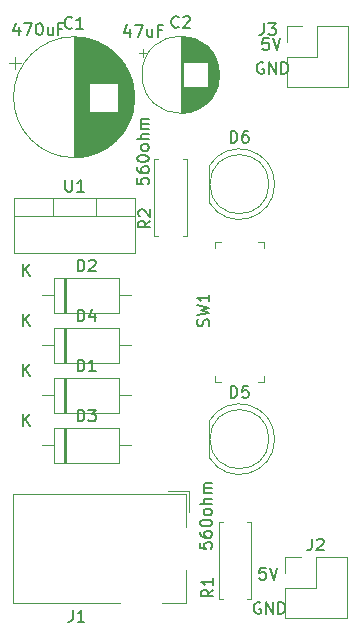
<source format=gto>
G04 #@! TF.GenerationSoftware,KiCad,Pcbnew,(5.1.4)-1*
G04 #@! TF.CreationDate,2019-09-07T18:34:27-05:00*
G04 #@! TF.ProjectId,BreadboardPowerSupply,42726561-6462-46f6-9172-64506f776572,1*
G04 #@! TF.SameCoordinates,Original*
G04 #@! TF.FileFunction,Legend,Top*
G04 #@! TF.FilePolarity,Positive*
%FSLAX46Y46*%
G04 Gerber Fmt 4.6, Leading zero omitted, Abs format (unit mm)*
G04 Created by KiCad (PCBNEW (5.1.4)-1) date 2019-09-07 18:34:27*
%MOMM*%
%LPD*%
G04 APERTURE LIST*
%ADD10C,0.150000*%
%ADD11C,0.120000*%
%ADD12C,0.100000*%
G04 APERTURE END LIST*
D10*
X143470380Y-94360714D02*
X143470380Y-94836904D01*
X143946571Y-94884523D01*
X143898952Y-94836904D01*
X143851333Y-94741666D01*
X143851333Y-94503571D01*
X143898952Y-94408333D01*
X143946571Y-94360714D01*
X144041809Y-94313095D01*
X144279904Y-94313095D01*
X144375142Y-94360714D01*
X144422761Y-94408333D01*
X144470380Y-94503571D01*
X144470380Y-94741666D01*
X144422761Y-94836904D01*
X144375142Y-94884523D01*
X143470380Y-93455952D02*
X143470380Y-93646428D01*
X143518000Y-93741666D01*
X143565619Y-93789285D01*
X143708476Y-93884523D01*
X143898952Y-93932142D01*
X144279904Y-93932142D01*
X144375142Y-93884523D01*
X144422761Y-93836904D01*
X144470380Y-93741666D01*
X144470380Y-93551190D01*
X144422761Y-93455952D01*
X144375142Y-93408333D01*
X144279904Y-93360714D01*
X144041809Y-93360714D01*
X143946571Y-93408333D01*
X143898952Y-93455952D01*
X143851333Y-93551190D01*
X143851333Y-93741666D01*
X143898952Y-93836904D01*
X143946571Y-93884523D01*
X144041809Y-93932142D01*
X143470380Y-92741666D02*
X143470380Y-92646428D01*
X143518000Y-92551190D01*
X143565619Y-92503571D01*
X143660857Y-92455952D01*
X143851333Y-92408333D01*
X144089428Y-92408333D01*
X144279904Y-92455952D01*
X144375142Y-92503571D01*
X144422761Y-92551190D01*
X144470380Y-92646428D01*
X144470380Y-92741666D01*
X144422761Y-92836904D01*
X144375142Y-92884523D01*
X144279904Y-92932142D01*
X144089428Y-92979761D01*
X143851333Y-92979761D01*
X143660857Y-92932142D01*
X143565619Y-92884523D01*
X143518000Y-92836904D01*
X143470380Y-92741666D01*
X144470380Y-91836904D02*
X144422761Y-91932142D01*
X144375142Y-91979761D01*
X144279904Y-92027380D01*
X143994190Y-92027380D01*
X143898952Y-91979761D01*
X143851333Y-91932142D01*
X143803714Y-91836904D01*
X143803714Y-91694047D01*
X143851333Y-91598809D01*
X143898952Y-91551190D01*
X143994190Y-91503571D01*
X144279904Y-91503571D01*
X144375142Y-91551190D01*
X144422761Y-91598809D01*
X144470380Y-91694047D01*
X144470380Y-91836904D01*
X144470380Y-91075000D02*
X143470380Y-91075000D01*
X144470380Y-90646428D02*
X143946571Y-90646428D01*
X143851333Y-90694047D01*
X143803714Y-90789285D01*
X143803714Y-90932142D01*
X143851333Y-91027380D01*
X143898952Y-91075000D01*
X144470380Y-90170238D02*
X143803714Y-90170238D01*
X143898952Y-90170238D02*
X143851333Y-90122619D01*
X143803714Y-90027380D01*
X143803714Y-89884523D01*
X143851333Y-89789285D01*
X143946571Y-89741666D01*
X144470380Y-89741666D01*
X143946571Y-89741666D02*
X143851333Y-89694047D01*
X143803714Y-89598809D01*
X143803714Y-89455952D01*
X143851333Y-89360714D01*
X143946571Y-89313095D01*
X144470380Y-89313095D01*
X138136380Y-63499714D02*
X138136380Y-63975904D01*
X138612571Y-64023523D01*
X138564952Y-63975904D01*
X138517333Y-63880666D01*
X138517333Y-63642571D01*
X138564952Y-63547333D01*
X138612571Y-63499714D01*
X138707809Y-63452095D01*
X138945904Y-63452095D01*
X139041142Y-63499714D01*
X139088761Y-63547333D01*
X139136380Y-63642571D01*
X139136380Y-63880666D01*
X139088761Y-63975904D01*
X139041142Y-64023523D01*
X138136380Y-62594952D02*
X138136380Y-62785428D01*
X138184000Y-62880666D01*
X138231619Y-62928285D01*
X138374476Y-63023523D01*
X138564952Y-63071142D01*
X138945904Y-63071142D01*
X139041142Y-63023523D01*
X139088761Y-62975904D01*
X139136380Y-62880666D01*
X139136380Y-62690190D01*
X139088761Y-62594952D01*
X139041142Y-62547333D01*
X138945904Y-62499714D01*
X138707809Y-62499714D01*
X138612571Y-62547333D01*
X138564952Y-62594952D01*
X138517333Y-62690190D01*
X138517333Y-62880666D01*
X138564952Y-62975904D01*
X138612571Y-63023523D01*
X138707809Y-63071142D01*
X138136380Y-61880666D02*
X138136380Y-61785428D01*
X138184000Y-61690190D01*
X138231619Y-61642571D01*
X138326857Y-61594952D01*
X138517333Y-61547333D01*
X138755428Y-61547333D01*
X138945904Y-61594952D01*
X139041142Y-61642571D01*
X139088761Y-61690190D01*
X139136380Y-61785428D01*
X139136380Y-61880666D01*
X139088761Y-61975904D01*
X139041142Y-62023523D01*
X138945904Y-62071142D01*
X138755428Y-62118761D01*
X138517333Y-62118761D01*
X138326857Y-62071142D01*
X138231619Y-62023523D01*
X138184000Y-61975904D01*
X138136380Y-61880666D01*
X139136380Y-60975904D02*
X139088761Y-61071142D01*
X139041142Y-61118761D01*
X138945904Y-61166380D01*
X138660190Y-61166380D01*
X138564952Y-61118761D01*
X138517333Y-61071142D01*
X138469714Y-60975904D01*
X138469714Y-60833047D01*
X138517333Y-60737809D01*
X138564952Y-60690190D01*
X138660190Y-60642571D01*
X138945904Y-60642571D01*
X139041142Y-60690190D01*
X139088761Y-60737809D01*
X139136380Y-60833047D01*
X139136380Y-60975904D01*
X139136380Y-60214000D02*
X138136380Y-60214000D01*
X139136380Y-59785428D02*
X138612571Y-59785428D01*
X138517333Y-59833047D01*
X138469714Y-59928285D01*
X138469714Y-60071142D01*
X138517333Y-60166380D01*
X138564952Y-60214000D01*
X139136380Y-59309238D02*
X138469714Y-59309238D01*
X138564952Y-59309238D02*
X138517333Y-59261619D01*
X138469714Y-59166380D01*
X138469714Y-59023523D01*
X138517333Y-58928285D01*
X138612571Y-58880666D01*
X139136380Y-58880666D01*
X138612571Y-58880666D02*
X138517333Y-58833047D01*
X138469714Y-58737809D01*
X138469714Y-58594952D01*
X138517333Y-58499714D01*
X138612571Y-58452095D01*
X139136380Y-58452095D01*
X137517333Y-50839714D02*
X137517333Y-51506380D01*
X137279238Y-50458761D02*
X137041142Y-51173047D01*
X137660190Y-51173047D01*
X137945904Y-50506380D02*
X138612571Y-50506380D01*
X138184000Y-51506380D01*
X139422095Y-50839714D02*
X139422095Y-51506380D01*
X138993523Y-50839714D02*
X138993523Y-51363523D01*
X139041142Y-51458761D01*
X139136380Y-51506380D01*
X139279238Y-51506380D01*
X139374476Y-51458761D01*
X139422095Y-51411142D01*
X140231619Y-50982571D02*
X139898285Y-50982571D01*
X139898285Y-51506380D02*
X139898285Y-50506380D01*
X140374476Y-50506380D01*
X128151142Y-50712714D02*
X128151142Y-51379380D01*
X127913047Y-50331761D02*
X127674952Y-51046047D01*
X128294000Y-51046047D01*
X128579714Y-50379380D02*
X129246380Y-50379380D01*
X128817809Y-51379380D01*
X129817809Y-50379380D02*
X129913047Y-50379380D01*
X130008285Y-50427000D01*
X130055904Y-50474619D01*
X130103523Y-50569857D01*
X130151142Y-50760333D01*
X130151142Y-50998428D01*
X130103523Y-51188904D01*
X130055904Y-51284142D01*
X130008285Y-51331761D01*
X129913047Y-51379380D01*
X129817809Y-51379380D01*
X129722571Y-51331761D01*
X129674952Y-51284142D01*
X129627333Y-51188904D01*
X129579714Y-50998428D01*
X129579714Y-50760333D01*
X129627333Y-50569857D01*
X129674952Y-50474619D01*
X129722571Y-50427000D01*
X129817809Y-50379380D01*
X131008285Y-50712714D02*
X131008285Y-51379380D01*
X130579714Y-50712714D02*
X130579714Y-51236523D01*
X130627333Y-51331761D01*
X130722571Y-51379380D01*
X130865428Y-51379380D01*
X130960666Y-51331761D01*
X131008285Y-51284142D01*
X131817809Y-50855571D02*
X131484476Y-50855571D01*
X131484476Y-51379380D02*
X131484476Y-50379380D01*
X131960666Y-50379380D01*
X148590095Y-99449000D02*
X148494857Y-99401380D01*
X148352000Y-99401380D01*
X148209142Y-99449000D01*
X148113904Y-99544238D01*
X148066285Y-99639476D01*
X148018666Y-99829952D01*
X148018666Y-99972809D01*
X148066285Y-100163285D01*
X148113904Y-100258523D01*
X148209142Y-100353761D01*
X148352000Y-100401380D01*
X148447238Y-100401380D01*
X148590095Y-100353761D01*
X148637714Y-100306142D01*
X148637714Y-99972809D01*
X148447238Y-99972809D01*
X149066285Y-100401380D02*
X149066285Y-99401380D01*
X149637714Y-100401380D01*
X149637714Y-99401380D01*
X150113904Y-100401380D02*
X150113904Y-99401380D01*
X150352000Y-99401380D01*
X150494857Y-99449000D01*
X150590095Y-99544238D01*
X150637714Y-99639476D01*
X150685333Y-99829952D01*
X150685333Y-99972809D01*
X150637714Y-100163285D01*
X150590095Y-100258523D01*
X150494857Y-100353761D01*
X150352000Y-100401380D01*
X150113904Y-100401380D01*
X148844095Y-53729000D02*
X148748857Y-53681380D01*
X148606000Y-53681380D01*
X148463142Y-53729000D01*
X148367904Y-53824238D01*
X148320285Y-53919476D01*
X148272666Y-54109952D01*
X148272666Y-54252809D01*
X148320285Y-54443285D01*
X148367904Y-54538523D01*
X148463142Y-54633761D01*
X148606000Y-54681380D01*
X148701238Y-54681380D01*
X148844095Y-54633761D01*
X148891714Y-54586142D01*
X148891714Y-54252809D01*
X148701238Y-54252809D01*
X149320285Y-54681380D02*
X149320285Y-53681380D01*
X149891714Y-54681380D01*
X149891714Y-53681380D01*
X150367904Y-54681380D02*
X150367904Y-53681380D01*
X150606000Y-53681380D01*
X150748857Y-53729000D01*
X150844095Y-53824238D01*
X150891714Y-53919476D01*
X150939333Y-54109952D01*
X150939333Y-54252809D01*
X150891714Y-54443285D01*
X150844095Y-54538523D01*
X150748857Y-54633761D01*
X150606000Y-54681380D01*
X150367904Y-54681380D01*
X149288523Y-51649380D02*
X148812333Y-51649380D01*
X148764714Y-52125571D01*
X148812333Y-52077952D01*
X148907571Y-52030333D01*
X149145666Y-52030333D01*
X149240904Y-52077952D01*
X149288523Y-52125571D01*
X149336142Y-52220809D01*
X149336142Y-52458904D01*
X149288523Y-52554142D01*
X149240904Y-52601761D01*
X149145666Y-52649380D01*
X148907571Y-52649380D01*
X148812333Y-52601761D01*
X148764714Y-52554142D01*
X149621857Y-51649380D02*
X149955190Y-52649380D01*
X150288523Y-51649380D01*
X149034523Y-96480380D02*
X148558333Y-96480380D01*
X148510714Y-96956571D01*
X148558333Y-96908952D01*
X148653571Y-96861333D01*
X148891666Y-96861333D01*
X148986904Y-96908952D01*
X149034523Y-96956571D01*
X149082142Y-97051809D01*
X149082142Y-97289904D01*
X149034523Y-97385142D01*
X148986904Y-97432761D01*
X148891666Y-97480380D01*
X148653571Y-97480380D01*
X148558333Y-97432761D01*
X148510714Y-97385142D01*
X149367857Y-96480380D02*
X149701190Y-97480380D01*
X150034523Y-96480380D01*
D11*
X137922000Y-56642000D02*
G75*
G03X137922000Y-56642000I-5120000J0D01*
G01*
X132802000Y-51562000D02*
X132802000Y-61722000D01*
X132842000Y-51562000D02*
X132842000Y-61722000D01*
X132882000Y-51562000D02*
X132882000Y-61722000D01*
X132922000Y-51563000D02*
X132922000Y-61721000D01*
X132962000Y-51564000D02*
X132962000Y-61720000D01*
X133002000Y-51565000D02*
X133002000Y-61719000D01*
X133042000Y-51567000D02*
X133042000Y-61717000D01*
X133082000Y-51569000D02*
X133082000Y-61715000D01*
X133122000Y-51572000D02*
X133122000Y-61712000D01*
X133162000Y-51574000D02*
X133162000Y-61710000D01*
X133202000Y-51577000D02*
X133202000Y-61707000D01*
X133242000Y-51580000D02*
X133242000Y-61704000D01*
X133282000Y-51584000D02*
X133282000Y-61700000D01*
X133322000Y-51588000D02*
X133322000Y-61696000D01*
X133362000Y-51592000D02*
X133362000Y-61692000D01*
X133402000Y-51597000D02*
X133402000Y-61687000D01*
X133442000Y-51602000D02*
X133442000Y-61682000D01*
X133482000Y-51607000D02*
X133482000Y-61677000D01*
X133523000Y-51612000D02*
X133523000Y-61672000D01*
X133563000Y-51618000D02*
X133563000Y-61666000D01*
X133603000Y-51624000D02*
X133603000Y-61660000D01*
X133643000Y-51631000D02*
X133643000Y-61653000D01*
X133683000Y-51638000D02*
X133683000Y-61646000D01*
X133723000Y-51645000D02*
X133723000Y-61639000D01*
X133763000Y-51652000D02*
X133763000Y-61632000D01*
X133803000Y-51660000D02*
X133803000Y-61624000D01*
X133843000Y-51668000D02*
X133843000Y-61616000D01*
X133883000Y-51677000D02*
X133883000Y-61607000D01*
X133923000Y-51686000D02*
X133923000Y-61598000D01*
X133963000Y-51695000D02*
X133963000Y-61589000D01*
X134003000Y-51704000D02*
X134003000Y-61580000D01*
X134043000Y-51714000D02*
X134043000Y-61570000D01*
X134083000Y-51724000D02*
X134083000Y-55401000D01*
X134083000Y-57883000D02*
X134083000Y-61560000D01*
X134123000Y-51735000D02*
X134123000Y-55401000D01*
X134123000Y-57883000D02*
X134123000Y-61549000D01*
X134163000Y-51745000D02*
X134163000Y-55401000D01*
X134163000Y-57883000D02*
X134163000Y-61539000D01*
X134203000Y-51757000D02*
X134203000Y-55401000D01*
X134203000Y-57883000D02*
X134203000Y-61527000D01*
X134243000Y-51768000D02*
X134243000Y-55401000D01*
X134243000Y-57883000D02*
X134243000Y-61516000D01*
X134283000Y-51780000D02*
X134283000Y-55401000D01*
X134283000Y-57883000D02*
X134283000Y-61504000D01*
X134323000Y-51792000D02*
X134323000Y-55401000D01*
X134323000Y-57883000D02*
X134323000Y-61492000D01*
X134363000Y-51805000D02*
X134363000Y-55401000D01*
X134363000Y-57883000D02*
X134363000Y-61479000D01*
X134403000Y-51818000D02*
X134403000Y-55401000D01*
X134403000Y-57883000D02*
X134403000Y-61466000D01*
X134443000Y-51831000D02*
X134443000Y-55401000D01*
X134443000Y-57883000D02*
X134443000Y-61453000D01*
X134483000Y-51845000D02*
X134483000Y-55401000D01*
X134483000Y-57883000D02*
X134483000Y-61439000D01*
X134523000Y-51859000D02*
X134523000Y-55401000D01*
X134523000Y-57883000D02*
X134523000Y-61425000D01*
X134563000Y-51874000D02*
X134563000Y-55401000D01*
X134563000Y-57883000D02*
X134563000Y-61410000D01*
X134603000Y-51888000D02*
X134603000Y-55401000D01*
X134603000Y-57883000D02*
X134603000Y-61396000D01*
X134643000Y-51904000D02*
X134643000Y-55401000D01*
X134643000Y-57883000D02*
X134643000Y-61380000D01*
X134683000Y-51919000D02*
X134683000Y-55401000D01*
X134683000Y-57883000D02*
X134683000Y-61365000D01*
X134723000Y-51935000D02*
X134723000Y-55401000D01*
X134723000Y-57883000D02*
X134723000Y-61349000D01*
X134763000Y-51952000D02*
X134763000Y-55401000D01*
X134763000Y-57883000D02*
X134763000Y-61332000D01*
X134803000Y-51968000D02*
X134803000Y-55401000D01*
X134803000Y-57883000D02*
X134803000Y-61316000D01*
X134843000Y-51985000D02*
X134843000Y-55401000D01*
X134843000Y-57883000D02*
X134843000Y-61299000D01*
X134883000Y-52003000D02*
X134883000Y-55401000D01*
X134883000Y-57883000D02*
X134883000Y-61281000D01*
X134923000Y-52021000D02*
X134923000Y-55401000D01*
X134923000Y-57883000D02*
X134923000Y-61263000D01*
X134963000Y-52039000D02*
X134963000Y-55401000D01*
X134963000Y-57883000D02*
X134963000Y-61245000D01*
X135003000Y-52058000D02*
X135003000Y-55401000D01*
X135003000Y-57883000D02*
X135003000Y-61226000D01*
X135043000Y-52078000D02*
X135043000Y-55401000D01*
X135043000Y-57883000D02*
X135043000Y-61206000D01*
X135083000Y-52097000D02*
X135083000Y-55401000D01*
X135083000Y-57883000D02*
X135083000Y-61187000D01*
X135123000Y-52117000D02*
X135123000Y-55401000D01*
X135123000Y-57883000D02*
X135123000Y-61167000D01*
X135163000Y-52138000D02*
X135163000Y-55401000D01*
X135163000Y-57883000D02*
X135163000Y-61146000D01*
X135203000Y-52159000D02*
X135203000Y-55401000D01*
X135203000Y-57883000D02*
X135203000Y-61125000D01*
X135243000Y-52180000D02*
X135243000Y-55401000D01*
X135243000Y-57883000D02*
X135243000Y-61104000D01*
X135283000Y-52202000D02*
X135283000Y-55401000D01*
X135283000Y-57883000D02*
X135283000Y-61082000D01*
X135323000Y-52225000D02*
X135323000Y-55401000D01*
X135323000Y-57883000D02*
X135323000Y-61059000D01*
X135363000Y-52247000D02*
X135363000Y-55401000D01*
X135363000Y-57883000D02*
X135363000Y-61037000D01*
X135403000Y-52271000D02*
X135403000Y-55401000D01*
X135403000Y-57883000D02*
X135403000Y-61013000D01*
X135443000Y-52295000D02*
X135443000Y-55401000D01*
X135443000Y-57883000D02*
X135443000Y-60989000D01*
X135483000Y-52319000D02*
X135483000Y-55401000D01*
X135483000Y-57883000D02*
X135483000Y-60965000D01*
X135523000Y-52344000D02*
X135523000Y-55401000D01*
X135523000Y-57883000D02*
X135523000Y-60940000D01*
X135563000Y-52369000D02*
X135563000Y-55401000D01*
X135563000Y-57883000D02*
X135563000Y-60915000D01*
X135603000Y-52395000D02*
X135603000Y-55401000D01*
X135603000Y-57883000D02*
X135603000Y-60889000D01*
X135643000Y-52421000D02*
X135643000Y-55401000D01*
X135643000Y-57883000D02*
X135643000Y-60863000D01*
X135683000Y-52448000D02*
X135683000Y-55401000D01*
X135683000Y-57883000D02*
X135683000Y-60836000D01*
X135723000Y-52476000D02*
X135723000Y-55401000D01*
X135723000Y-57883000D02*
X135723000Y-60808000D01*
X135763000Y-52504000D02*
X135763000Y-55401000D01*
X135763000Y-57883000D02*
X135763000Y-60780000D01*
X135803000Y-52532000D02*
X135803000Y-55401000D01*
X135803000Y-57883000D02*
X135803000Y-60752000D01*
X135843000Y-52562000D02*
X135843000Y-55401000D01*
X135843000Y-57883000D02*
X135843000Y-60722000D01*
X135883000Y-52592000D02*
X135883000Y-55401000D01*
X135883000Y-57883000D02*
X135883000Y-60692000D01*
X135923000Y-52622000D02*
X135923000Y-55401000D01*
X135923000Y-57883000D02*
X135923000Y-60662000D01*
X135963000Y-52653000D02*
X135963000Y-55401000D01*
X135963000Y-57883000D02*
X135963000Y-60631000D01*
X136003000Y-52685000D02*
X136003000Y-55401000D01*
X136003000Y-57883000D02*
X136003000Y-60599000D01*
X136043000Y-52717000D02*
X136043000Y-55401000D01*
X136043000Y-57883000D02*
X136043000Y-60567000D01*
X136083000Y-52750000D02*
X136083000Y-55401000D01*
X136083000Y-57883000D02*
X136083000Y-60534000D01*
X136123000Y-52784000D02*
X136123000Y-55401000D01*
X136123000Y-57883000D02*
X136123000Y-60500000D01*
X136163000Y-52818000D02*
X136163000Y-55401000D01*
X136163000Y-57883000D02*
X136163000Y-60466000D01*
X136203000Y-52853000D02*
X136203000Y-55401000D01*
X136203000Y-57883000D02*
X136203000Y-60431000D01*
X136243000Y-52889000D02*
X136243000Y-55401000D01*
X136243000Y-57883000D02*
X136243000Y-60395000D01*
X136283000Y-52926000D02*
X136283000Y-55401000D01*
X136283000Y-57883000D02*
X136283000Y-60358000D01*
X136323000Y-52963000D02*
X136323000Y-55401000D01*
X136323000Y-57883000D02*
X136323000Y-60321000D01*
X136363000Y-53002000D02*
X136363000Y-55401000D01*
X136363000Y-57883000D02*
X136363000Y-60282000D01*
X136403000Y-53041000D02*
X136403000Y-55401000D01*
X136403000Y-57883000D02*
X136403000Y-60243000D01*
X136443000Y-53081000D02*
X136443000Y-55401000D01*
X136443000Y-57883000D02*
X136443000Y-60203000D01*
X136483000Y-53122000D02*
X136483000Y-55401000D01*
X136483000Y-57883000D02*
X136483000Y-60162000D01*
X136523000Y-53164000D02*
X136523000Y-55401000D01*
X136523000Y-57883000D02*
X136523000Y-60120000D01*
X136563000Y-53206000D02*
X136563000Y-60078000D01*
X136603000Y-53250000D02*
X136603000Y-60034000D01*
X136643000Y-53295000D02*
X136643000Y-59989000D01*
X136683000Y-53341000D02*
X136683000Y-59943000D01*
X136723000Y-53388000D02*
X136723000Y-59896000D01*
X136763000Y-53436000D02*
X136763000Y-59848000D01*
X136803000Y-53486000D02*
X136803000Y-59798000D01*
X136843000Y-53536000D02*
X136843000Y-59748000D01*
X136883000Y-53588000D02*
X136883000Y-59696000D01*
X136923000Y-53642000D02*
X136923000Y-59642000D01*
X136963000Y-53697000D02*
X136963000Y-59587000D01*
X137003000Y-53753000D02*
X137003000Y-59531000D01*
X137043000Y-53812000D02*
X137043000Y-59472000D01*
X137083000Y-53872000D02*
X137083000Y-59412000D01*
X137123000Y-53933000D02*
X137123000Y-59351000D01*
X137163000Y-53997000D02*
X137163000Y-59287000D01*
X137203000Y-54063000D02*
X137203000Y-59221000D01*
X137243000Y-54132000D02*
X137243000Y-59152000D01*
X137283000Y-54203000D02*
X137283000Y-59081000D01*
X137323000Y-54277000D02*
X137323000Y-59007000D01*
X137363000Y-54353000D02*
X137363000Y-58931000D01*
X137403000Y-54433000D02*
X137403000Y-58851000D01*
X137443000Y-54517000D02*
X137443000Y-58767000D01*
X137483000Y-54605000D02*
X137483000Y-58679000D01*
X137523000Y-54698000D02*
X137523000Y-58586000D01*
X137563000Y-54796000D02*
X137563000Y-58488000D01*
X137603000Y-54900000D02*
X137603000Y-58384000D01*
X137643000Y-55012000D02*
X137643000Y-58272000D01*
X137683000Y-55132000D02*
X137683000Y-58152000D01*
X137723000Y-55264000D02*
X137723000Y-58020000D01*
X137763000Y-55412000D02*
X137763000Y-57872000D01*
X137803000Y-55580000D02*
X137803000Y-57704000D01*
X137843000Y-55780000D02*
X137843000Y-57504000D01*
X137883000Y-56043000D02*
X137883000Y-57241000D01*
X127322354Y-53767000D02*
X128322354Y-53767000D01*
X127822354Y-53267000D02*
X127822354Y-54267000D01*
X145109000Y-54737000D02*
G75*
G03X145109000Y-54737000I-3270000J0D01*
G01*
X141839000Y-51507000D02*
X141839000Y-57967000D01*
X141879000Y-51507000D02*
X141879000Y-57967000D01*
X141919000Y-51507000D02*
X141919000Y-57967000D01*
X141959000Y-51509000D02*
X141959000Y-57965000D01*
X141999000Y-51510000D02*
X141999000Y-57964000D01*
X142039000Y-51513000D02*
X142039000Y-57961000D01*
X142079000Y-51515000D02*
X142079000Y-53697000D01*
X142079000Y-55777000D02*
X142079000Y-57959000D01*
X142119000Y-51519000D02*
X142119000Y-53697000D01*
X142119000Y-55777000D02*
X142119000Y-57955000D01*
X142159000Y-51522000D02*
X142159000Y-53697000D01*
X142159000Y-55777000D02*
X142159000Y-57952000D01*
X142199000Y-51526000D02*
X142199000Y-53697000D01*
X142199000Y-55777000D02*
X142199000Y-57948000D01*
X142239000Y-51531000D02*
X142239000Y-53697000D01*
X142239000Y-55777000D02*
X142239000Y-57943000D01*
X142279000Y-51536000D02*
X142279000Y-53697000D01*
X142279000Y-55777000D02*
X142279000Y-57938000D01*
X142319000Y-51542000D02*
X142319000Y-53697000D01*
X142319000Y-55777000D02*
X142319000Y-57932000D01*
X142359000Y-51548000D02*
X142359000Y-53697000D01*
X142359000Y-55777000D02*
X142359000Y-57926000D01*
X142399000Y-51555000D02*
X142399000Y-53697000D01*
X142399000Y-55777000D02*
X142399000Y-57919000D01*
X142439000Y-51562000D02*
X142439000Y-53697000D01*
X142439000Y-55777000D02*
X142439000Y-57912000D01*
X142479000Y-51570000D02*
X142479000Y-53697000D01*
X142479000Y-55777000D02*
X142479000Y-57904000D01*
X142519000Y-51578000D02*
X142519000Y-53697000D01*
X142519000Y-55777000D02*
X142519000Y-57896000D01*
X142560000Y-51587000D02*
X142560000Y-53697000D01*
X142560000Y-55777000D02*
X142560000Y-57887000D01*
X142600000Y-51596000D02*
X142600000Y-53697000D01*
X142600000Y-55777000D02*
X142600000Y-57878000D01*
X142640000Y-51606000D02*
X142640000Y-53697000D01*
X142640000Y-55777000D02*
X142640000Y-57868000D01*
X142680000Y-51616000D02*
X142680000Y-53697000D01*
X142680000Y-55777000D02*
X142680000Y-57858000D01*
X142720000Y-51627000D02*
X142720000Y-53697000D01*
X142720000Y-55777000D02*
X142720000Y-57847000D01*
X142760000Y-51639000D02*
X142760000Y-53697000D01*
X142760000Y-55777000D02*
X142760000Y-57835000D01*
X142800000Y-51651000D02*
X142800000Y-53697000D01*
X142800000Y-55777000D02*
X142800000Y-57823000D01*
X142840000Y-51663000D02*
X142840000Y-53697000D01*
X142840000Y-55777000D02*
X142840000Y-57811000D01*
X142880000Y-51676000D02*
X142880000Y-53697000D01*
X142880000Y-55777000D02*
X142880000Y-57798000D01*
X142920000Y-51690000D02*
X142920000Y-53697000D01*
X142920000Y-55777000D02*
X142920000Y-57784000D01*
X142960000Y-51704000D02*
X142960000Y-53697000D01*
X142960000Y-55777000D02*
X142960000Y-57770000D01*
X143000000Y-51719000D02*
X143000000Y-53697000D01*
X143000000Y-55777000D02*
X143000000Y-57755000D01*
X143040000Y-51735000D02*
X143040000Y-53697000D01*
X143040000Y-55777000D02*
X143040000Y-57739000D01*
X143080000Y-51751000D02*
X143080000Y-53697000D01*
X143080000Y-55777000D02*
X143080000Y-57723000D01*
X143120000Y-51767000D02*
X143120000Y-53697000D01*
X143120000Y-55777000D02*
X143120000Y-57707000D01*
X143160000Y-51785000D02*
X143160000Y-53697000D01*
X143160000Y-55777000D02*
X143160000Y-57689000D01*
X143200000Y-51803000D02*
X143200000Y-53697000D01*
X143200000Y-55777000D02*
X143200000Y-57671000D01*
X143240000Y-51821000D02*
X143240000Y-53697000D01*
X143240000Y-55777000D02*
X143240000Y-57653000D01*
X143280000Y-51841000D02*
X143280000Y-53697000D01*
X143280000Y-55777000D02*
X143280000Y-57633000D01*
X143320000Y-51861000D02*
X143320000Y-53697000D01*
X143320000Y-55777000D02*
X143320000Y-57613000D01*
X143360000Y-51881000D02*
X143360000Y-53697000D01*
X143360000Y-55777000D02*
X143360000Y-57593000D01*
X143400000Y-51903000D02*
X143400000Y-53697000D01*
X143400000Y-55777000D02*
X143400000Y-57571000D01*
X143440000Y-51925000D02*
X143440000Y-53697000D01*
X143440000Y-55777000D02*
X143440000Y-57549000D01*
X143480000Y-51947000D02*
X143480000Y-53697000D01*
X143480000Y-55777000D02*
X143480000Y-57527000D01*
X143520000Y-51971000D02*
X143520000Y-53697000D01*
X143520000Y-55777000D02*
X143520000Y-57503000D01*
X143560000Y-51995000D02*
X143560000Y-53697000D01*
X143560000Y-55777000D02*
X143560000Y-57479000D01*
X143600000Y-52021000D02*
X143600000Y-53697000D01*
X143600000Y-55777000D02*
X143600000Y-57453000D01*
X143640000Y-52047000D02*
X143640000Y-53697000D01*
X143640000Y-55777000D02*
X143640000Y-57427000D01*
X143680000Y-52073000D02*
X143680000Y-53697000D01*
X143680000Y-55777000D02*
X143680000Y-57401000D01*
X143720000Y-52101000D02*
X143720000Y-53697000D01*
X143720000Y-55777000D02*
X143720000Y-57373000D01*
X143760000Y-52130000D02*
X143760000Y-53697000D01*
X143760000Y-55777000D02*
X143760000Y-57344000D01*
X143800000Y-52159000D02*
X143800000Y-53697000D01*
X143800000Y-55777000D02*
X143800000Y-57315000D01*
X143840000Y-52189000D02*
X143840000Y-53697000D01*
X143840000Y-55777000D02*
X143840000Y-57285000D01*
X143880000Y-52221000D02*
X143880000Y-53697000D01*
X143880000Y-55777000D02*
X143880000Y-57253000D01*
X143920000Y-52253000D02*
X143920000Y-53697000D01*
X143920000Y-55777000D02*
X143920000Y-57221000D01*
X143960000Y-52287000D02*
X143960000Y-53697000D01*
X143960000Y-55777000D02*
X143960000Y-57187000D01*
X144000000Y-52321000D02*
X144000000Y-53697000D01*
X144000000Y-55777000D02*
X144000000Y-57153000D01*
X144040000Y-52357000D02*
X144040000Y-53697000D01*
X144040000Y-55777000D02*
X144040000Y-57117000D01*
X144080000Y-52394000D02*
X144080000Y-53697000D01*
X144080000Y-55777000D02*
X144080000Y-57080000D01*
X144120000Y-52432000D02*
X144120000Y-53697000D01*
X144120000Y-55777000D02*
X144120000Y-57042000D01*
X144160000Y-52472000D02*
X144160000Y-57002000D01*
X144200000Y-52513000D02*
X144200000Y-56961000D01*
X144240000Y-52555000D02*
X144240000Y-56919000D01*
X144280000Y-52600000D02*
X144280000Y-56874000D01*
X144320000Y-52645000D02*
X144320000Y-56829000D01*
X144360000Y-52693000D02*
X144360000Y-56781000D01*
X144400000Y-52742000D02*
X144400000Y-56732000D01*
X144440000Y-52793000D02*
X144440000Y-56681000D01*
X144480000Y-52847000D02*
X144480000Y-56627000D01*
X144520000Y-52903000D02*
X144520000Y-56571000D01*
X144560000Y-52961000D02*
X144560000Y-56513000D01*
X144600000Y-53023000D02*
X144600000Y-56451000D01*
X144640000Y-53087000D02*
X144640000Y-56387000D01*
X144680000Y-53156000D02*
X144680000Y-56318000D01*
X144720000Y-53228000D02*
X144720000Y-56246000D01*
X144760000Y-53305000D02*
X144760000Y-56169000D01*
X144800000Y-53387000D02*
X144800000Y-56087000D01*
X144840000Y-53475000D02*
X144840000Y-55999000D01*
X144880000Y-53572000D02*
X144880000Y-55902000D01*
X144920000Y-53678000D02*
X144920000Y-55796000D01*
X144960000Y-53797000D02*
X144960000Y-55677000D01*
X145000000Y-53935000D02*
X145000000Y-55539000D01*
X145040000Y-54104000D02*
X145040000Y-55370000D01*
X145080000Y-54335000D02*
X145080000Y-55139000D01*
X138338759Y-52898000D02*
X138968759Y-52898000D01*
X138653759Y-52583000D02*
X138653759Y-53213000D01*
X131138000Y-80402666D02*
X131138000Y-83342666D01*
X131138000Y-83342666D02*
X136578000Y-83342666D01*
X136578000Y-83342666D02*
X136578000Y-80402666D01*
X136578000Y-80402666D02*
X131138000Y-80402666D01*
X130118000Y-81872666D02*
X131138000Y-81872666D01*
X137598000Y-81872666D02*
X136578000Y-81872666D01*
X132038000Y-80402666D02*
X132038000Y-83342666D01*
X132158000Y-80402666D02*
X132158000Y-83342666D01*
X131918000Y-80402666D02*
X131918000Y-83342666D01*
X131918000Y-71936000D02*
X131918000Y-74876000D01*
X132158000Y-71936000D02*
X132158000Y-74876000D01*
X132038000Y-71936000D02*
X132038000Y-74876000D01*
X137598000Y-73406000D02*
X136578000Y-73406000D01*
X130118000Y-73406000D02*
X131138000Y-73406000D01*
X136578000Y-71936000D02*
X131138000Y-71936000D01*
X136578000Y-74876000D02*
X136578000Y-71936000D01*
X131138000Y-74876000D02*
X136578000Y-74876000D01*
X131138000Y-71936000D02*
X131138000Y-74876000D01*
X131138000Y-84636000D02*
X131138000Y-87576000D01*
X131138000Y-87576000D02*
X136578000Y-87576000D01*
X136578000Y-87576000D02*
X136578000Y-84636000D01*
X136578000Y-84636000D02*
X131138000Y-84636000D01*
X130118000Y-86106000D02*
X131138000Y-86106000D01*
X137598000Y-86106000D02*
X136578000Y-86106000D01*
X132038000Y-84636000D02*
X132038000Y-87576000D01*
X132158000Y-84636000D02*
X132158000Y-87576000D01*
X131918000Y-84636000D02*
X131918000Y-87576000D01*
X131918000Y-76169333D02*
X131918000Y-79109333D01*
X132158000Y-76169333D02*
X132158000Y-79109333D01*
X132038000Y-76169333D02*
X132038000Y-79109333D01*
X137598000Y-77639333D02*
X136578000Y-77639333D01*
X130118000Y-77639333D02*
X131138000Y-77639333D01*
X136578000Y-76169333D02*
X131138000Y-76169333D01*
X136578000Y-79109333D02*
X136578000Y-76169333D01*
X131138000Y-79109333D02*
X136578000Y-79109333D01*
X131138000Y-76169333D02*
X131138000Y-79109333D01*
X144252000Y-84053000D02*
X144252000Y-87143000D01*
X149312000Y-85598000D02*
G75*
G03X149312000Y-85598000I-2500000J0D01*
G01*
X149802000Y-85597538D02*
G75*
G02X144252000Y-87142830I-2990000J-462D01*
G01*
X149802000Y-85598462D02*
G75*
G03X144252000Y-84053170I-2990000J462D01*
G01*
X149802000Y-64008462D02*
G75*
G03X144252000Y-62463170I-2990000J462D01*
G01*
X149802000Y-64007538D02*
G75*
G02X144252000Y-65552830I-2990000J-462D01*
G01*
X149312000Y-64008000D02*
G75*
G03X149312000Y-64008000I-2500000J0D01*
G01*
X144252000Y-62463000D02*
X144252000Y-65553000D01*
X136678000Y-99469000D02*
X127678000Y-99469000D01*
X127678000Y-99469000D02*
X127678000Y-90269000D01*
X127678000Y-90269000D02*
X142278000Y-90269000D01*
X142278000Y-90269000D02*
X142278000Y-93069000D01*
X142278000Y-96669000D02*
X142278000Y-99469000D01*
X142278000Y-99469000D02*
X140278000Y-99469000D01*
X140778000Y-90029000D02*
X142518000Y-90029000D01*
X142518000Y-90029000D02*
X142518000Y-91769000D01*
X150689000Y-100771000D02*
X155889000Y-100771000D01*
X150689000Y-98171000D02*
X150689000Y-100771000D01*
X155889000Y-95571000D02*
X155889000Y-100771000D01*
X150689000Y-98171000D02*
X153289000Y-98171000D01*
X153289000Y-98171000D02*
X153289000Y-95571000D01*
X153289000Y-95571000D02*
X155889000Y-95571000D01*
X150689000Y-96901000D02*
X150689000Y-95571000D01*
X150689000Y-95571000D02*
X152019000Y-95571000D01*
X150816000Y-50613000D02*
X152146000Y-50613000D01*
X150816000Y-51943000D02*
X150816000Y-50613000D01*
X153416000Y-50613000D02*
X156016000Y-50613000D01*
X153416000Y-53213000D02*
X153416000Y-50613000D01*
X150816000Y-53213000D02*
X153416000Y-53213000D01*
X156016000Y-50613000D02*
X156016000Y-55813000D01*
X150816000Y-53213000D02*
X150816000Y-55813000D01*
X150816000Y-55813000D02*
X156016000Y-55813000D01*
X145391000Y-99155000D02*
X145061000Y-99155000D01*
X145061000Y-99155000D02*
X145061000Y-92615000D01*
X145061000Y-92615000D02*
X145391000Y-92615000D01*
X147471000Y-99155000D02*
X147801000Y-99155000D01*
X147801000Y-99155000D02*
X147801000Y-92615000D01*
X147801000Y-92615000D02*
X147471000Y-92615000D01*
X142340000Y-61881000D02*
X142010000Y-61881000D01*
X142340000Y-68421000D02*
X142340000Y-61881000D01*
X142010000Y-68421000D02*
X142340000Y-68421000D01*
X139600000Y-61881000D02*
X139930000Y-61881000D01*
X139600000Y-68421000D02*
X139600000Y-61881000D01*
X139930000Y-68421000D02*
X139600000Y-68421000D01*
D12*
X148912000Y-68883000D02*
X148912000Y-69383000D01*
X148912000Y-68883000D02*
X148412000Y-68883000D01*
X148912000Y-80783000D02*
X148912000Y-80283000D01*
X148912000Y-80783000D02*
X148412000Y-80783000D01*
X144712000Y-80783000D02*
X144712000Y-80283000D01*
X144712000Y-80783000D02*
X145212000Y-80783000D01*
X144712000Y-68883000D02*
X145212000Y-68883000D01*
X144712000Y-68883000D02*
X144712000Y-69383000D01*
D11*
X127722000Y-65183000D02*
X137962000Y-65183000D01*
X127722000Y-69824000D02*
X137962000Y-69824000D01*
X127722000Y-65183000D02*
X127722000Y-69824000D01*
X137962000Y-65183000D02*
X137962000Y-69824000D01*
X127722000Y-66693000D02*
X137962000Y-66693000D01*
X130992000Y-65183000D02*
X130992000Y-66693000D01*
X134693000Y-65183000D02*
X134693000Y-66693000D01*
D10*
X132635333Y-50749142D02*
X132587714Y-50796761D01*
X132444857Y-50844380D01*
X132349619Y-50844380D01*
X132206761Y-50796761D01*
X132111523Y-50701523D01*
X132063904Y-50606285D01*
X132016285Y-50415809D01*
X132016285Y-50272952D01*
X132063904Y-50082476D01*
X132111523Y-49987238D01*
X132206761Y-49892000D01*
X132349619Y-49844380D01*
X132444857Y-49844380D01*
X132587714Y-49892000D01*
X132635333Y-49939619D01*
X133587714Y-50844380D02*
X133016285Y-50844380D01*
X133302000Y-50844380D02*
X133302000Y-49844380D01*
X133206761Y-49987238D01*
X133111523Y-50082476D01*
X133016285Y-50130095D01*
X141672333Y-50694142D02*
X141624714Y-50741761D01*
X141481857Y-50789380D01*
X141386619Y-50789380D01*
X141243761Y-50741761D01*
X141148523Y-50646523D01*
X141100904Y-50551285D01*
X141053285Y-50360809D01*
X141053285Y-50217952D01*
X141100904Y-50027476D01*
X141148523Y-49932238D01*
X141243761Y-49837000D01*
X141386619Y-49789380D01*
X141481857Y-49789380D01*
X141624714Y-49837000D01*
X141672333Y-49884619D01*
X142053285Y-49884619D02*
X142100904Y-49837000D01*
X142196142Y-49789380D01*
X142434238Y-49789380D01*
X142529476Y-49837000D01*
X142577095Y-49884619D01*
X142624714Y-49979857D01*
X142624714Y-50075095D01*
X142577095Y-50217952D01*
X142005666Y-50789380D01*
X142624714Y-50789380D01*
X133119904Y-79855046D02*
X133119904Y-78855046D01*
X133358000Y-78855046D01*
X133500857Y-78902666D01*
X133596095Y-78997904D01*
X133643714Y-79093142D01*
X133691333Y-79283618D01*
X133691333Y-79426475D01*
X133643714Y-79616951D01*
X133596095Y-79712189D01*
X133500857Y-79807427D01*
X133358000Y-79855046D01*
X133119904Y-79855046D01*
X134643714Y-79855046D02*
X134072285Y-79855046D01*
X134358000Y-79855046D02*
X134358000Y-78855046D01*
X134262761Y-78997904D01*
X134167523Y-79093142D01*
X134072285Y-79140761D01*
X128516095Y-80225046D02*
X128516095Y-79225046D01*
X129087523Y-80225046D02*
X128658952Y-79653618D01*
X129087523Y-79225046D02*
X128516095Y-79796475D01*
X133119904Y-71388380D02*
X133119904Y-70388380D01*
X133358000Y-70388380D01*
X133500857Y-70436000D01*
X133596095Y-70531238D01*
X133643714Y-70626476D01*
X133691333Y-70816952D01*
X133691333Y-70959809D01*
X133643714Y-71150285D01*
X133596095Y-71245523D01*
X133500857Y-71340761D01*
X133358000Y-71388380D01*
X133119904Y-71388380D01*
X134072285Y-70483619D02*
X134119904Y-70436000D01*
X134215142Y-70388380D01*
X134453238Y-70388380D01*
X134548476Y-70436000D01*
X134596095Y-70483619D01*
X134643714Y-70578857D01*
X134643714Y-70674095D01*
X134596095Y-70816952D01*
X134024666Y-71388380D01*
X134643714Y-71388380D01*
X128516095Y-71758380D02*
X128516095Y-70758380D01*
X129087523Y-71758380D02*
X128658952Y-71186952D01*
X129087523Y-70758380D02*
X128516095Y-71329809D01*
X133119904Y-84088380D02*
X133119904Y-83088380D01*
X133358000Y-83088380D01*
X133500857Y-83136000D01*
X133596095Y-83231238D01*
X133643714Y-83326476D01*
X133691333Y-83516952D01*
X133691333Y-83659809D01*
X133643714Y-83850285D01*
X133596095Y-83945523D01*
X133500857Y-84040761D01*
X133358000Y-84088380D01*
X133119904Y-84088380D01*
X134024666Y-83088380D02*
X134643714Y-83088380D01*
X134310380Y-83469333D01*
X134453238Y-83469333D01*
X134548476Y-83516952D01*
X134596095Y-83564571D01*
X134643714Y-83659809D01*
X134643714Y-83897904D01*
X134596095Y-83993142D01*
X134548476Y-84040761D01*
X134453238Y-84088380D01*
X134167523Y-84088380D01*
X134072285Y-84040761D01*
X134024666Y-83993142D01*
X128516095Y-84458380D02*
X128516095Y-83458380D01*
X129087523Y-84458380D02*
X128658952Y-83886952D01*
X129087523Y-83458380D02*
X128516095Y-84029809D01*
X133119904Y-75621713D02*
X133119904Y-74621713D01*
X133358000Y-74621713D01*
X133500857Y-74669333D01*
X133596095Y-74764571D01*
X133643714Y-74859809D01*
X133691333Y-75050285D01*
X133691333Y-75193142D01*
X133643714Y-75383618D01*
X133596095Y-75478856D01*
X133500857Y-75574094D01*
X133358000Y-75621713D01*
X133119904Y-75621713D01*
X134548476Y-74955047D02*
X134548476Y-75621713D01*
X134310380Y-74574094D02*
X134072285Y-75288380D01*
X134691333Y-75288380D01*
X128516095Y-75991713D02*
X128516095Y-74991713D01*
X129087523Y-75991713D02*
X128658952Y-75420285D01*
X129087523Y-74991713D02*
X128516095Y-75563142D01*
X146073904Y-82090380D02*
X146073904Y-81090380D01*
X146312000Y-81090380D01*
X146454857Y-81138000D01*
X146550095Y-81233238D01*
X146597714Y-81328476D01*
X146645333Y-81518952D01*
X146645333Y-81661809D01*
X146597714Y-81852285D01*
X146550095Y-81947523D01*
X146454857Y-82042761D01*
X146312000Y-82090380D01*
X146073904Y-82090380D01*
X147550095Y-81090380D02*
X147073904Y-81090380D01*
X147026285Y-81566571D01*
X147073904Y-81518952D01*
X147169142Y-81471333D01*
X147407238Y-81471333D01*
X147502476Y-81518952D01*
X147550095Y-81566571D01*
X147597714Y-81661809D01*
X147597714Y-81899904D01*
X147550095Y-81995142D01*
X147502476Y-82042761D01*
X147407238Y-82090380D01*
X147169142Y-82090380D01*
X147073904Y-82042761D01*
X147026285Y-81995142D01*
X146073904Y-60500380D02*
X146073904Y-59500380D01*
X146312000Y-59500380D01*
X146454857Y-59548000D01*
X146550095Y-59643238D01*
X146597714Y-59738476D01*
X146645333Y-59928952D01*
X146645333Y-60071809D01*
X146597714Y-60262285D01*
X146550095Y-60357523D01*
X146454857Y-60452761D01*
X146312000Y-60500380D01*
X146073904Y-60500380D01*
X147502476Y-59500380D02*
X147312000Y-59500380D01*
X147216761Y-59548000D01*
X147169142Y-59595619D01*
X147073904Y-59738476D01*
X147026285Y-59928952D01*
X147026285Y-60309904D01*
X147073904Y-60405142D01*
X147121523Y-60452761D01*
X147216761Y-60500380D01*
X147407238Y-60500380D01*
X147502476Y-60452761D01*
X147550095Y-60405142D01*
X147597714Y-60309904D01*
X147597714Y-60071809D01*
X147550095Y-59976571D01*
X147502476Y-59928952D01*
X147407238Y-59881333D01*
X147216761Y-59881333D01*
X147121523Y-59928952D01*
X147073904Y-59976571D01*
X147026285Y-60071809D01*
X132694666Y-100071380D02*
X132694666Y-100785666D01*
X132647047Y-100928523D01*
X132551809Y-101023761D01*
X132408952Y-101071380D01*
X132313714Y-101071380D01*
X133694666Y-101071380D02*
X133123238Y-101071380D01*
X133408952Y-101071380D02*
X133408952Y-100071380D01*
X133313714Y-100214238D01*
X133218476Y-100309476D01*
X133123238Y-100357095D01*
X152955666Y-94023380D02*
X152955666Y-94737666D01*
X152908047Y-94880523D01*
X152812809Y-94975761D01*
X152669952Y-95023380D01*
X152574714Y-95023380D01*
X153384238Y-94118619D02*
X153431857Y-94071000D01*
X153527095Y-94023380D01*
X153765190Y-94023380D01*
X153860428Y-94071000D01*
X153908047Y-94118619D01*
X153955666Y-94213857D01*
X153955666Y-94309095D01*
X153908047Y-94451952D01*
X153336619Y-95023380D01*
X153955666Y-95023380D01*
X148891666Y-50379380D02*
X148891666Y-51093666D01*
X148844047Y-51236523D01*
X148748809Y-51331761D01*
X148605952Y-51379380D01*
X148510714Y-51379380D01*
X149272619Y-50379380D02*
X149891666Y-50379380D01*
X149558333Y-50760333D01*
X149701190Y-50760333D01*
X149796428Y-50807952D01*
X149844047Y-50855571D01*
X149891666Y-50950809D01*
X149891666Y-51188904D01*
X149844047Y-51284142D01*
X149796428Y-51331761D01*
X149701190Y-51379380D01*
X149415476Y-51379380D01*
X149320238Y-51331761D01*
X149272619Y-51284142D01*
X144597380Y-98337666D02*
X144121190Y-98671000D01*
X144597380Y-98909095D02*
X143597380Y-98909095D01*
X143597380Y-98528142D01*
X143645000Y-98432904D01*
X143692619Y-98385285D01*
X143787857Y-98337666D01*
X143930714Y-98337666D01*
X144025952Y-98385285D01*
X144073571Y-98432904D01*
X144121190Y-98528142D01*
X144121190Y-98909095D01*
X144597380Y-97385285D02*
X144597380Y-97956714D01*
X144597380Y-97671000D02*
X143597380Y-97671000D01*
X143740238Y-97766238D01*
X143835476Y-97861476D01*
X143883095Y-97956714D01*
X139263380Y-67095666D02*
X138787190Y-67429000D01*
X139263380Y-67667095D02*
X138263380Y-67667095D01*
X138263380Y-67286142D01*
X138311000Y-67190904D01*
X138358619Y-67143285D01*
X138453857Y-67095666D01*
X138596714Y-67095666D01*
X138691952Y-67143285D01*
X138739571Y-67190904D01*
X138787190Y-67286142D01*
X138787190Y-67667095D01*
X138358619Y-66714714D02*
X138311000Y-66667095D01*
X138263380Y-66571857D01*
X138263380Y-66333761D01*
X138311000Y-66238523D01*
X138358619Y-66190904D01*
X138453857Y-66143285D01*
X138549095Y-66143285D01*
X138691952Y-66190904D01*
X139263380Y-66762333D01*
X139263380Y-66143285D01*
X144196761Y-76026333D02*
X144244380Y-75883476D01*
X144244380Y-75645380D01*
X144196761Y-75550142D01*
X144149142Y-75502523D01*
X144053904Y-75454904D01*
X143958666Y-75454904D01*
X143863428Y-75502523D01*
X143815809Y-75550142D01*
X143768190Y-75645380D01*
X143720571Y-75835857D01*
X143672952Y-75931095D01*
X143625333Y-75978714D01*
X143530095Y-76026333D01*
X143434857Y-76026333D01*
X143339619Y-75978714D01*
X143292000Y-75931095D01*
X143244380Y-75835857D01*
X143244380Y-75597761D01*
X143292000Y-75454904D01*
X143244380Y-75121571D02*
X144244380Y-74883476D01*
X143530095Y-74693000D01*
X144244380Y-74502523D01*
X143244380Y-74264428D01*
X144244380Y-73359666D02*
X144244380Y-73931095D01*
X144244380Y-73645380D02*
X143244380Y-73645380D01*
X143387238Y-73740619D01*
X143482476Y-73835857D01*
X143530095Y-73931095D01*
X132080095Y-63635380D02*
X132080095Y-64444904D01*
X132127714Y-64540142D01*
X132175333Y-64587761D01*
X132270571Y-64635380D01*
X132461047Y-64635380D01*
X132556285Y-64587761D01*
X132603904Y-64540142D01*
X132651523Y-64444904D01*
X132651523Y-63635380D01*
X133651523Y-64635380D02*
X133080095Y-64635380D01*
X133365809Y-64635380D02*
X133365809Y-63635380D01*
X133270571Y-63778238D01*
X133175333Y-63873476D01*
X133080095Y-63921095D01*
M02*

</source>
